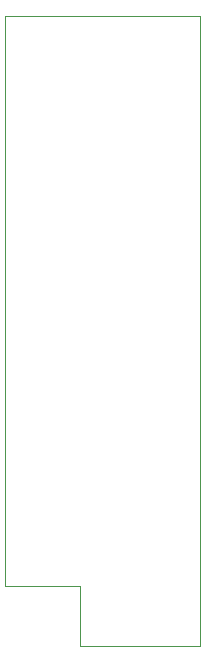
<source format=gbr>
%TF.GenerationSoftware,KiCad,Pcbnew,8.0.4*%
%TF.CreationDate,2024-09-22T15:29:47+02:00*%
%TF.ProjectId,dc_64a,64635f36-3461-42e6-9b69-6361645f7063,rev?*%
%TF.SameCoordinates,Original*%
%TF.FileFunction,Profile,NP*%
%FSLAX46Y46*%
G04 Gerber Fmt 4.6, Leading zero omitted, Abs format (unit mm)*
G04 Created by KiCad (PCBNEW 8.0.4) date 2024-09-22 15:29:47*
%MOMM*%
%LPD*%
G01*
G04 APERTURE LIST*
%TA.AperFunction,Profile*%
%ADD10C,0.050000*%
%TD*%
G04 APERTURE END LIST*
D10*
X91440000Y-33020000D02*
X107950000Y-33020000D01*
X97790000Y-86360000D02*
X97790000Y-81280000D01*
X97790000Y-81280000D02*
X91440000Y-81280000D01*
X107950000Y-86360000D02*
X107950000Y-33020000D01*
X107950000Y-86360000D02*
X97790000Y-86360000D01*
X91440000Y-81280000D02*
X91440000Y-33020000D01*
M02*

</source>
